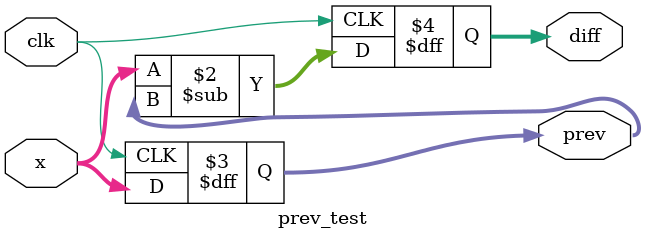
<source format=sv>
module prev_test(
    input logic clk,
    //input logic rst,
    input int x,
    output int prev,
    output int diff
    );

int state;

always_ff @(posedge clk /*|| posedge rst*/) begin

//if (rst) begin
  //  state <= 0;
//end else begin
prev <= x;
diff <= x - prev;
//end
end

    endmodule
</source>
